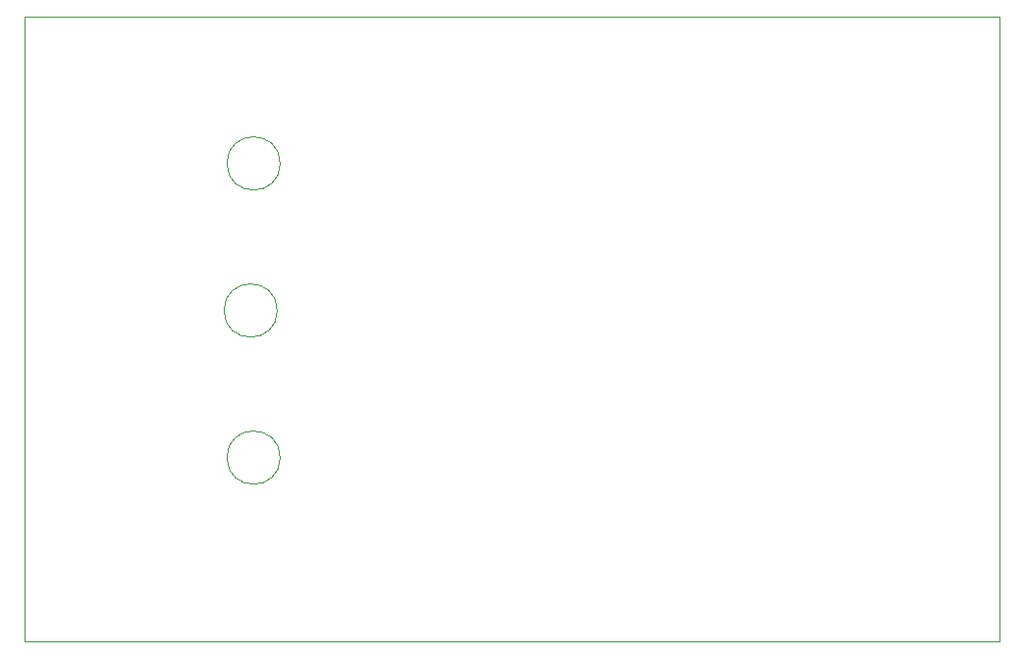
<source format=gbr>
%TF.GenerationSoftware,KiCad,Pcbnew,6.0.2+dfsg-1*%
%TF.CreationDate,2022-05-29T19:40:52-04:00*%
%TF.ProjectId,kim-ep2c5,6b696d2d-6570-4326-9335-2e6b69636164,rev?*%
%TF.SameCoordinates,Original*%
%TF.FileFunction,Profile,NP*%
%FSLAX46Y46*%
G04 Gerber Fmt 4.6, Leading zero omitted, Abs format (unit mm)*
G04 Created by KiCad (PCBNEW 6.0.2+dfsg-1) date 2022-05-29 19:40:52*
%MOMM*%
%LPD*%
G01*
G04 APERTURE LIST*
%TA.AperFunction,Profile*%
%ADD10C,0.100000*%
%TD*%
G04 APERTURE END LIST*
D10*
X89000000Y-122580000D02*
X173000000Y-122580000D01*
X110758000Y-93980000D02*
G75*
G03*
X110758000Y-93980000I-2300000J0D01*
G01*
X173000000Y-68580000D02*
X173000000Y-122580000D01*
X111012000Y-106680000D02*
G75*
G03*
X111012000Y-106680000I-2300000J0D01*
G01*
X89000000Y-68580000D02*
X173000000Y-68580000D01*
X89000000Y-68580000D02*
X89000000Y-122580000D01*
X111012000Y-81280000D02*
G75*
G03*
X111012000Y-81280000I-2300000J0D01*
G01*
M02*

</source>
